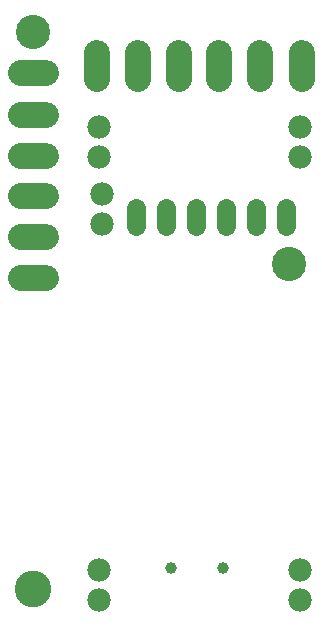
<source format=gbs>
G75*
%MOIN*%
%OFA0B0*%
%FSLAX24Y24*%
%IPPOS*%
%LPD*%
%AMOC8*
5,1,8,0,0,1.08239X$1,22.5*
%
%ADD10C,0.1142*%
%ADD11C,0.1221*%
%ADD12C,0.0880*%
%ADD13C,0.0640*%
%ADD14C,0.0780*%
%ADD15C,0.0394*%
D10*
X010380Y012680D03*
X001860Y020420D03*
D11*
X001860Y001863D03*
D12*
X001440Y012202D02*
X002280Y012202D01*
X002280Y013580D02*
X001440Y013580D01*
X001440Y014958D02*
X002280Y014958D01*
X002280Y016282D02*
X001440Y016282D01*
X001440Y017660D02*
X002280Y017660D01*
X002280Y019038D02*
X001440Y019038D01*
X003964Y018863D02*
X003964Y019703D01*
X005342Y019703D02*
X005342Y018863D01*
X006720Y018863D02*
X006720Y019703D01*
X008042Y019700D02*
X008042Y018860D01*
X009420Y018860D02*
X009420Y019700D01*
X010798Y019700D02*
X010798Y018860D01*
D13*
X010280Y014540D02*
X010280Y013940D01*
X009280Y013940D02*
X009280Y014540D01*
X008280Y014540D02*
X008280Y013940D01*
X007280Y013940D02*
X007280Y014540D01*
X006280Y014540D02*
X006280Y013940D01*
X005280Y013940D02*
X005280Y014540D01*
D14*
X004140Y015020D03*
X004140Y014020D03*
X004052Y016232D03*
X004052Y017232D03*
X010745Y017232D03*
X010745Y016232D03*
X010745Y002468D03*
X010745Y001468D03*
X004052Y001468D03*
X004052Y002468D03*
D15*
X006454Y002547D03*
X008186Y002547D03*
M02*

</source>
